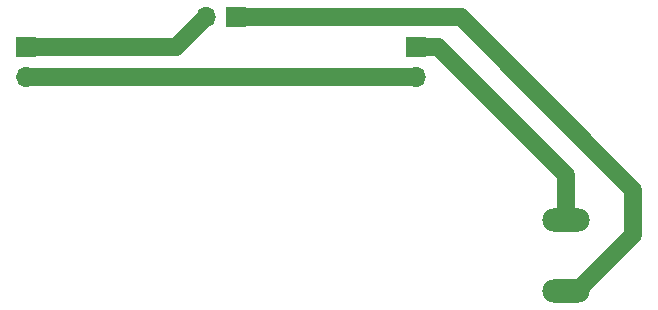
<source format=gbr>
G04 #@! TF.GenerationSoftware,KiCad,Pcbnew,(6.0.8)*
G04 #@! TF.CreationDate,2023-06-04T15:58:15+09:00*
G04 #@! TF.ProjectId,supply_board,73757070-6c79-45f6-926f-6172642e6b69,rev?*
G04 #@! TF.SameCoordinates,Original*
G04 #@! TF.FileFunction,Copper,L2,Bot*
G04 #@! TF.FilePolarity,Positive*
%FSLAX46Y46*%
G04 Gerber Fmt 4.6, Leading zero omitted, Abs format (unit mm)*
G04 Created by KiCad (PCBNEW (6.0.8)) date 2023-06-04 15:58:15*
%MOMM*%
%LPD*%
G01*
G04 APERTURE LIST*
G04 #@! TA.AperFunction,ComponentPad*
%ADD10O,4.000000X2.000000*%
G04 #@! TD*
G04 #@! TA.AperFunction,ComponentPad*
%ADD11R,1.700000X1.700000*%
G04 #@! TD*
G04 #@! TA.AperFunction,ComponentPad*
%ADD12O,1.700000X1.700000*%
G04 #@! TD*
G04 #@! TA.AperFunction,Conductor*
%ADD13C,1.500000*%
G04 #@! TD*
G04 APERTURE END LIST*
D10*
X162560000Y-90805000D03*
X162560000Y-96805000D03*
D11*
X116840000Y-76200000D03*
D12*
X116840000Y-78740000D03*
D11*
X149860000Y-76200000D03*
D12*
X149860000Y-78740000D03*
D11*
X134620000Y-73660000D03*
D12*
X132080000Y-73660000D03*
D13*
X151765000Y-76200000D02*
X149860000Y-76200000D01*
X162560000Y-90805000D02*
X162560000Y-86995000D01*
X162560000Y-86995000D02*
X151765000Y-76200000D01*
X163545000Y-96805000D02*
X162560000Y-96805000D01*
X168275000Y-88265000D02*
X168275000Y-92075000D01*
X168275000Y-92075000D02*
X163545000Y-96805000D01*
X153670000Y-73660000D02*
X168275000Y-88265000D01*
X134620000Y-73660000D02*
X153670000Y-73660000D01*
X116840000Y-76200000D02*
X129540000Y-76200000D01*
X129540000Y-76200000D02*
X132080000Y-73660000D01*
X116840000Y-78740000D02*
X149860000Y-78740000D01*
M02*

</source>
